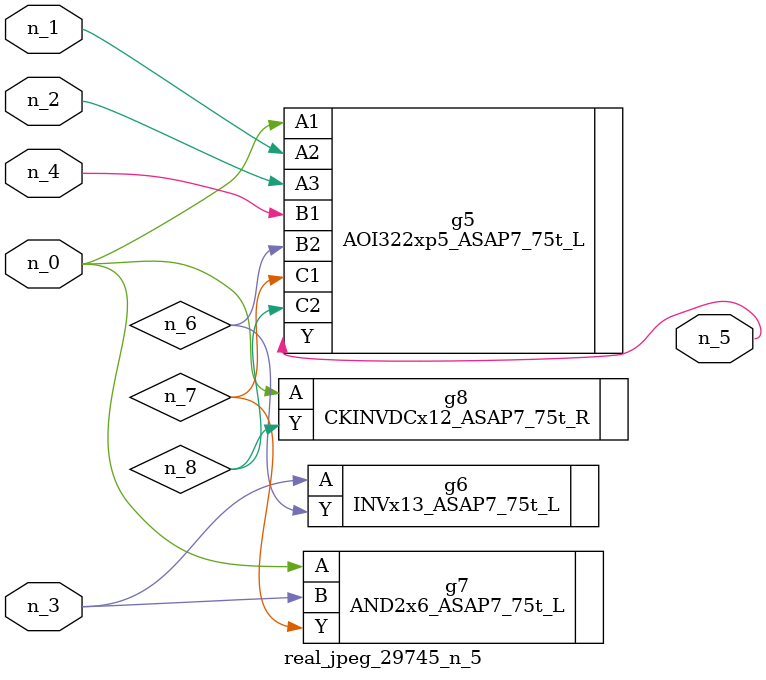
<source format=v>
module real_jpeg_29745_n_5 (n_4, n_0, n_1, n_2, n_3, n_5);

input n_4;
input n_0;
input n_1;
input n_2;
input n_3;

output n_5;

wire n_8;
wire n_6;
wire n_7;

AOI322xp5_ASAP7_75t_L g5 ( 
.A1(n_0),
.A2(n_1),
.A3(n_2),
.B1(n_4),
.B2(n_6),
.C1(n_7),
.C2(n_8),
.Y(n_5)
);

AND2x6_ASAP7_75t_L g7 ( 
.A(n_0),
.B(n_3),
.Y(n_7)
);

CKINVDCx12_ASAP7_75t_R g8 ( 
.A(n_0),
.Y(n_8)
);

INVx13_ASAP7_75t_L g6 ( 
.A(n_3),
.Y(n_6)
);


endmodule
</source>
